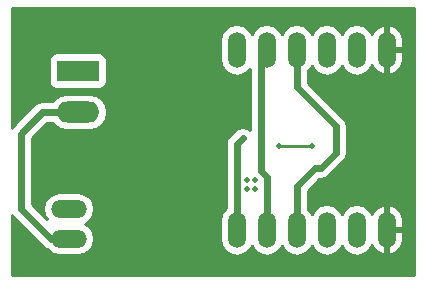
<source format=gbr>
G04 #@! TF.FileFunction,Copper,L2,Bot,Signal*
%FSLAX46Y46*%
G04 Gerber Fmt 4.6, Leading zero omitted, Abs format (unit mm)*
G04 Created by KiCad (PCBNEW 4.0.4-stable) date 11/07/16 13:36:44*
%MOMM*%
%LPD*%
G01*
G04 APERTURE LIST*
%ADD10C,0.100000*%
%ADD11R,3.600000X1.800000*%
%ADD12O,3.600000X1.800000*%
%ADD13O,3.014980X1.506220*%
%ADD14O,1.506220X3.014980*%
%ADD15C,0.508000*%
%ADD16C,0.609600*%
%ADD17C,0.254000*%
G04 APERTURE END LIST*
D10*
D11*
X120142000Y-102870000D03*
D12*
X120142000Y-106370000D03*
D13*
X119380000Y-114554000D03*
X119380000Y-117094000D03*
D14*
X133604000Y-116332000D03*
X136144000Y-116332000D03*
X138684000Y-116332000D03*
X141224000Y-116332000D03*
X143764000Y-116332000D03*
X146304000Y-116332000D03*
X133604000Y-101092000D03*
X136144000Y-101092000D03*
X138684000Y-101092000D03*
X141224000Y-101092000D03*
X143764000Y-101092000D03*
X146304000Y-101092000D03*
D15*
X135128000Y-112903000D03*
X134493000Y-112903000D03*
X135128000Y-112141000D03*
X134493000Y-112141000D03*
X132207000Y-110617000D03*
X132080000Y-114554000D03*
X134112000Y-108585000D03*
X139954000Y-109220000D03*
X137160000Y-109220000D03*
D16*
X119380000Y-117094000D02*
X117856000Y-117094000D01*
X117150000Y-106370000D02*
X120142000Y-106370000D01*
X115316000Y-108204000D02*
X117150000Y-106370000D01*
X115316000Y-114554000D02*
X115316000Y-108204000D01*
X117856000Y-117094000D02*
X115316000Y-114554000D01*
D17*
X132207000Y-114427000D02*
X132207000Y-110617000D01*
X132080000Y-114554000D02*
X132207000Y-114427000D01*
D16*
X133604000Y-109093000D02*
X133604000Y-116332000D01*
X134112000Y-108585000D02*
X133604000Y-109093000D01*
D17*
X137160000Y-109220000D02*
X139954000Y-109220000D01*
D16*
X138684000Y-116332000D02*
X138684000Y-112649000D01*
X138684000Y-104267000D02*
X138684000Y-101092000D01*
X141986000Y-107569000D02*
X138684000Y-104267000D01*
X141986000Y-109855000D02*
X141986000Y-107569000D01*
X140716000Y-111125000D02*
X141986000Y-109855000D01*
X140208000Y-111125000D02*
X140716000Y-111125000D01*
X138684000Y-112649000D02*
X140208000Y-111125000D01*
X136144000Y-116332000D02*
X136144000Y-111887000D01*
X135636000Y-111379000D02*
X135636000Y-101600000D01*
X136144000Y-111887000D02*
X135636000Y-111379000D01*
X135636000Y-101600000D02*
X136144000Y-101092000D01*
D17*
G36*
X148590000Y-120142000D02*
X114554000Y-120142000D01*
X114554000Y-115072678D01*
X114651461Y-115218539D01*
X117191461Y-117758539D01*
X117496354Y-117962262D01*
X117531020Y-117969158D01*
X117602104Y-118075542D01*
X118052439Y-118376446D01*
X118583646Y-118482110D01*
X120176354Y-118482110D01*
X120707561Y-118376446D01*
X121157896Y-118075542D01*
X121458800Y-117625207D01*
X121564464Y-117094000D01*
X121458800Y-116562793D01*
X121157896Y-116112458D01*
X120726188Y-115824000D01*
X121157896Y-115535542D01*
X121458800Y-115085207D01*
X121564464Y-114554000D01*
X121458800Y-114022793D01*
X121157896Y-113572458D01*
X120707561Y-113271554D01*
X120176354Y-113165890D01*
X118583646Y-113165890D01*
X118052439Y-113271554D01*
X117602104Y-113572458D01*
X117301200Y-114022793D01*
X117195536Y-114554000D01*
X117301200Y-115085207D01*
X117552737Y-115461659D01*
X116255800Y-114164722D01*
X116255800Y-108593278D01*
X117539278Y-107309800D01*
X118011594Y-107309800D01*
X118108887Y-107455409D01*
X118606877Y-107788155D01*
X119194296Y-107905000D01*
X121089704Y-107905000D01*
X121677123Y-107788155D01*
X122175113Y-107455409D01*
X122507859Y-106957419D01*
X122624704Y-106370000D01*
X122507859Y-105782581D01*
X122175113Y-105284591D01*
X121677123Y-104951845D01*
X121089704Y-104835000D01*
X119194296Y-104835000D01*
X118606877Y-104951845D01*
X118108887Y-105284591D01*
X118011594Y-105430200D01*
X117150000Y-105430200D01*
X116790354Y-105501738D01*
X116485461Y-105705461D01*
X114651461Y-107539461D01*
X114554000Y-107685322D01*
X114554000Y-101970000D01*
X117694560Y-101970000D01*
X117694560Y-103770000D01*
X117738838Y-104005317D01*
X117877910Y-104221441D01*
X118090110Y-104366431D01*
X118342000Y-104417440D01*
X121942000Y-104417440D01*
X122177317Y-104373162D01*
X122393441Y-104234090D01*
X122538431Y-104021890D01*
X122589440Y-103770000D01*
X122589440Y-101970000D01*
X122545162Y-101734683D01*
X122406090Y-101518559D01*
X122193890Y-101373569D01*
X121942000Y-101322560D01*
X118342000Y-101322560D01*
X118106683Y-101366838D01*
X117890559Y-101505910D01*
X117745569Y-101718110D01*
X117694560Y-101970000D01*
X114554000Y-101970000D01*
X114554000Y-100295646D01*
X132215890Y-100295646D01*
X132215890Y-101888354D01*
X132321554Y-102419561D01*
X132622458Y-102869896D01*
X133072793Y-103170800D01*
X133604000Y-103276464D01*
X134135207Y-103170800D01*
X134585542Y-102869896D01*
X134696200Y-102704284D01*
X134696200Y-107866780D01*
X134471645Y-107716738D01*
X134112000Y-107645200D01*
X133752354Y-107716738D01*
X133447461Y-107920461D01*
X132939461Y-108428461D01*
X132735738Y-108733354D01*
X132664200Y-109093000D01*
X132664200Y-114526213D01*
X132622458Y-114554104D01*
X132321554Y-115004439D01*
X132215890Y-115535646D01*
X132215890Y-117128354D01*
X132321554Y-117659561D01*
X132622458Y-118109896D01*
X133072793Y-118410800D01*
X133604000Y-118516464D01*
X134135207Y-118410800D01*
X134585542Y-118109896D01*
X134874000Y-117678188D01*
X135162458Y-118109896D01*
X135612793Y-118410800D01*
X136144000Y-118516464D01*
X136675207Y-118410800D01*
X137125542Y-118109896D01*
X137414000Y-117678188D01*
X137702458Y-118109896D01*
X138152793Y-118410800D01*
X138684000Y-118516464D01*
X139215207Y-118410800D01*
X139665542Y-118109896D01*
X139954000Y-117678188D01*
X140242458Y-118109896D01*
X140692793Y-118410800D01*
X141224000Y-118516464D01*
X141755207Y-118410800D01*
X142205542Y-118109896D01*
X142494000Y-117678188D01*
X142782458Y-118109896D01*
X143232793Y-118410800D01*
X143764000Y-118516464D01*
X144295207Y-118410800D01*
X144745542Y-118109896D01*
X145046446Y-117659561D01*
X145047016Y-117656694D01*
X145070154Y-117734919D01*
X145412260Y-118157724D01*
X145890125Y-118417427D01*
X145962326Y-118431783D01*
X146177000Y-118309162D01*
X146177000Y-116459000D01*
X146431000Y-116459000D01*
X146431000Y-118309162D01*
X146645674Y-118431783D01*
X146717875Y-118417427D01*
X147195740Y-118157724D01*
X147537846Y-117734919D01*
X147692110Y-117213380D01*
X147692110Y-116459000D01*
X146431000Y-116459000D01*
X146177000Y-116459000D01*
X146157000Y-116459000D01*
X146157000Y-116205000D01*
X146177000Y-116205000D01*
X146177000Y-114354838D01*
X146431000Y-114354838D01*
X146431000Y-116205000D01*
X147692110Y-116205000D01*
X147692110Y-115450620D01*
X147537846Y-114929081D01*
X147195740Y-114506276D01*
X146717875Y-114246573D01*
X146645674Y-114232217D01*
X146431000Y-114354838D01*
X146177000Y-114354838D01*
X145962326Y-114232217D01*
X145890125Y-114246573D01*
X145412260Y-114506276D01*
X145070154Y-114929081D01*
X145047016Y-115007306D01*
X145046446Y-115004439D01*
X144745542Y-114554104D01*
X144295207Y-114253200D01*
X143764000Y-114147536D01*
X143232793Y-114253200D01*
X142782458Y-114554104D01*
X142494000Y-114985812D01*
X142205542Y-114554104D01*
X141755207Y-114253200D01*
X141224000Y-114147536D01*
X140692793Y-114253200D01*
X140242458Y-114554104D01*
X139954000Y-114985812D01*
X139665542Y-114554104D01*
X139623800Y-114526213D01*
X139623800Y-113038278D01*
X140597278Y-112064800D01*
X140716000Y-112064800D01*
X141075646Y-111993262D01*
X141380539Y-111789539D01*
X142650539Y-110519539D01*
X142854262Y-110214646D01*
X142925800Y-109855000D01*
X142925800Y-107569000D01*
X142854262Y-107209354D01*
X142650539Y-106904461D01*
X139623800Y-103877722D01*
X139623800Y-102897787D01*
X139665542Y-102869896D01*
X139954000Y-102438188D01*
X140242458Y-102869896D01*
X140692793Y-103170800D01*
X141224000Y-103276464D01*
X141755207Y-103170800D01*
X142205542Y-102869896D01*
X142494000Y-102438188D01*
X142782458Y-102869896D01*
X143232793Y-103170800D01*
X143764000Y-103276464D01*
X144295207Y-103170800D01*
X144745542Y-102869896D01*
X145046446Y-102419561D01*
X145047016Y-102416694D01*
X145070154Y-102494919D01*
X145412260Y-102917724D01*
X145890125Y-103177427D01*
X145962326Y-103191783D01*
X146177000Y-103069162D01*
X146177000Y-101219000D01*
X146431000Y-101219000D01*
X146431000Y-103069162D01*
X146645674Y-103191783D01*
X146717875Y-103177427D01*
X147195740Y-102917724D01*
X147537846Y-102494919D01*
X147692110Y-101973380D01*
X147692110Y-101219000D01*
X146431000Y-101219000D01*
X146177000Y-101219000D01*
X146157000Y-101219000D01*
X146157000Y-100965000D01*
X146177000Y-100965000D01*
X146177000Y-99114838D01*
X146431000Y-99114838D01*
X146431000Y-100965000D01*
X147692110Y-100965000D01*
X147692110Y-100210620D01*
X147537846Y-99689081D01*
X147195740Y-99266276D01*
X146717875Y-99006573D01*
X146645674Y-98992217D01*
X146431000Y-99114838D01*
X146177000Y-99114838D01*
X145962326Y-98992217D01*
X145890125Y-99006573D01*
X145412260Y-99266276D01*
X145070154Y-99689081D01*
X145047016Y-99767306D01*
X145046446Y-99764439D01*
X144745542Y-99314104D01*
X144295207Y-99013200D01*
X143764000Y-98907536D01*
X143232793Y-99013200D01*
X142782458Y-99314104D01*
X142494000Y-99745812D01*
X142205542Y-99314104D01*
X141755207Y-99013200D01*
X141224000Y-98907536D01*
X140692793Y-99013200D01*
X140242458Y-99314104D01*
X139954000Y-99745812D01*
X139665542Y-99314104D01*
X139215207Y-99013200D01*
X138684000Y-98907536D01*
X138152793Y-99013200D01*
X137702458Y-99314104D01*
X137414000Y-99745812D01*
X137125542Y-99314104D01*
X136675207Y-99013200D01*
X136144000Y-98907536D01*
X135612793Y-99013200D01*
X135162458Y-99314104D01*
X134874000Y-99745812D01*
X134585542Y-99314104D01*
X134135207Y-99013200D01*
X133604000Y-98907536D01*
X133072793Y-99013200D01*
X132622458Y-99314104D01*
X132321554Y-99764439D01*
X132215890Y-100295646D01*
X114554000Y-100295646D01*
X114554000Y-97536000D01*
X148590000Y-97536000D01*
X148590000Y-120142000D01*
X148590000Y-120142000D01*
G37*
X148590000Y-120142000D02*
X114554000Y-120142000D01*
X114554000Y-115072678D01*
X114651461Y-115218539D01*
X117191461Y-117758539D01*
X117496354Y-117962262D01*
X117531020Y-117969158D01*
X117602104Y-118075542D01*
X118052439Y-118376446D01*
X118583646Y-118482110D01*
X120176354Y-118482110D01*
X120707561Y-118376446D01*
X121157896Y-118075542D01*
X121458800Y-117625207D01*
X121564464Y-117094000D01*
X121458800Y-116562793D01*
X121157896Y-116112458D01*
X120726188Y-115824000D01*
X121157896Y-115535542D01*
X121458800Y-115085207D01*
X121564464Y-114554000D01*
X121458800Y-114022793D01*
X121157896Y-113572458D01*
X120707561Y-113271554D01*
X120176354Y-113165890D01*
X118583646Y-113165890D01*
X118052439Y-113271554D01*
X117602104Y-113572458D01*
X117301200Y-114022793D01*
X117195536Y-114554000D01*
X117301200Y-115085207D01*
X117552737Y-115461659D01*
X116255800Y-114164722D01*
X116255800Y-108593278D01*
X117539278Y-107309800D01*
X118011594Y-107309800D01*
X118108887Y-107455409D01*
X118606877Y-107788155D01*
X119194296Y-107905000D01*
X121089704Y-107905000D01*
X121677123Y-107788155D01*
X122175113Y-107455409D01*
X122507859Y-106957419D01*
X122624704Y-106370000D01*
X122507859Y-105782581D01*
X122175113Y-105284591D01*
X121677123Y-104951845D01*
X121089704Y-104835000D01*
X119194296Y-104835000D01*
X118606877Y-104951845D01*
X118108887Y-105284591D01*
X118011594Y-105430200D01*
X117150000Y-105430200D01*
X116790354Y-105501738D01*
X116485461Y-105705461D01*
X114651461Y-107539461D01*
X114554000Y-107685322D01*
X114554000Y-101970000D01*
X117694560Y-101970000D01*
X117694560Y-103770000D01*
X117738838Y-104005317D01*
X117877910Y-104221441D01*
X118090110Y-104366431D01*
X118342000Y-104417440D01*
X121942000Y-104417440D01*
X122177317Y-104373162D01*
X122393441Y-104234090D01*
X122538431Y-104021890D01*
X122589440Y-103770000D01*
X122589440Y-101970000D01*
X122545162Y-101734683D01*
X122406090Y-101518559D01*
X122193890Y-101373569D01*
X121942000Y-101322560D01*
X118342000Y-101322560D01*
X118106683Y-101366838D01*
X117890559Y-101505910D01*
X117745569Y-101718110D01*
X117694560Y-101970000D01*
X114554000Y-101970000D01*
X114554000Y-100295646D01*
X132215890Y-100295646D01*
X132215890Y-101888354D01*
X132321554Y-102419561D01*
X132622458Y-102869896D01*
X133072793Y-103170800D01*
X133604000Y-103276464D01*
X134135207Y-103170800D01*
X134585542Y-102869896D01*
X134696200Y-102704284D01*
X134696200Y-107866780D01*
X134471645Y-107716738D01*
X134112000Y-107645200D01*
X133752354Y-107716738D01*
X133447461Y-107920461D01*
X132939461Y-108428461D01*
X132735738Y-108733354D01*
X132664200Y-109093000D01*
X132664200Y-114526213D01*
X132622458Y-114554104D01*
X132321554Y-115004439D01*
X132215890Y-115535646D01*
X132215890Y-117128354D01*
X132321554Y-117659561D01*
X132622458Y-118109896D01*
X133072793Y-118410800D01*
X133604000Y-118516464D01*
X134135207Y-118410800D01*
X134585542Y-118109896D01*
X134874000Y-117678188D01*
X135162458Y-118109896D01*
X135612793Y-118410800D01*
X136144000Y-118516464D01*
X136675207Y-118410800D01*
X137125542Y-118109896D01*
X137414000Y-117678188D01*
X137702458Y-118109896D01*
X138152793Y-118410800D01*
X138684000Y-118516464D01*
X139215207Y-118410800D01*
X139665542Y-118109896D01*
X139954000Y-117678188D01*
X140242458Y-118109896D01*
X140692793Y-118410800D01*
X141224000Y-118516464D01*
X141755207Y-118410800D01*
X142205542Y-118109896D01*
X142494000Y-117678188D01*
X142782458Y-118109896D01*
X143232793Y-118410800D01*
X143764000Y-118516464D01*
X144295207Y-118410800D01*
X144745542Y-118109896D01*
X145046446Y-117659561D01*
X145047016Y-117656694D01*
X145070154Y-117734919D01*
X145412260Y-118157724D01*
X145890125Y-118417427D01*
X145962326Y-118431783D01*
X146177000Y-118309162D01*
X146177000Y-116459000D01*
X146431000Y-116459000D01*
X146431000Y-118309162D01*
X146645674Y-118431783D01*
X146717875Y-118417427D01*
X147195740Y-118157724D01*
X147537846Y-117734919D01*
X147692110Y-117213380D01*
X147692110Y-116459000D01*
X146431000Y-116459000D01*
X146177000Y-116459000D01*
X146157000Y-116459000D01*
X146157000Y-116205000D01*
X146177000Y-116205000D01*
X146177000Y-114354838D01*
X146431000Y-114354838D01*
X146431000Y-116205000D01*
X147692110Y-116205000D01*
X147692110Y-115450620D01*
X147537846Y-114929081D01*
X147195740Y-114506276D01*
X146717875Y-114246573D01*
X146645674Y-114232217D01*
X146431000Y-114354838D01*
X146177000Y-114354838D01*
X145962326Y-114232217D01*
X145890125Y-114246573D01*
X145412260Y-114506276D01*
X145070154Y-114929081D01*
X145047016Y-115007306D01*
X145046446Y-115004439D01*
X144745542Y-114554104D01*
X144295207Y-114253200D01*
X143764000Y-114147536D01*
X143232793Y-114253200D01*
X142782458Y-114554104D01*
X142494000Y-114985812D01*
X142205542Y-114554104D01*
X141755207Y-114253200D01*
X141224000Y-114147536D01*
X140692793Y-114253200D01*
X140242458Y-114554104D01*
X139954000Y-114985812D01*
X139665542Y-114554104D01*
X139623800Y-114526213D01*
X139623800Y-113038278D01*
X140597278Y-112064800D01*
X140716000Y-112064800D01*
X141075646Y-111993262D01*
X141380539Y-111789539D01*
X142650539Y-110519539D01*
X142854262Y-110214646D01*
X142925800Y-109855000D01*
X142925800Y-107569000D01*
X142854262Y-107209354D01*
X142650539Y-106904461D01*
X139623800Y-103877722D01*
X139623800Y-102897787D01*
X139665542Y-102869896D01*
X139954000Y-102438188D01*
X140242458Y-102869896D01*
X140692793Y-103170800D01*
X141224000Y-103276464D01*
X141755207Y-103170800D01*
X142205542Y-102869896D01*
X142494000Y-102438188D01*
X142782458Y-102869896D01*
X143232793Y-103170800D01*
X143764000Y-103276464D01*
X144295207Y-103170800D01*
X144745542Y-102869896D01*
X145046446Y-102419561D01*
X145047016Y-102416694D01*
X145070154Y-102494919D01*
X145412260Y-102917724D01*
X145890125Y-103177427D01*
X145962326Y-103191783D01*
X146177000Y-103069162D01*
X146177000Y-101219000D01*
X146431000Y-101219000D01*
X146431000Y-103069162D01*
X146645674Y-103191783D01*
X146717875Y-103177427D01*
X147195740Y-102917724D01*
X147537846Y-102494919D01*
X147692110Y-101973380D01*
X147692110Y-101219000D01*
X146431000Y-101219000D01*
X146177000Y-101219000D01*
X146157000Y-101219000D01*
X146157000Y-100965000D01*
X146177000Y-100965000D01*
X146177000Y-99114838D01*
X146431000Y-99114838D01*
X146431000Y-100965000D01*
X147692110Y-100965000D01*
X147692110Y-100210620D01*
X147537846Y-99689081D01*
X147195740Y-99266276D01*
X146717875Y-99006573D01*
X146645674Y-98992217D01*
X146431000Y-99114838D01*
X146177000Y-99114838D01*
X145962326Y-98992217D01*
X145890125Y-99006573D01*
X145412260Y-99266276D01*
X145070154Y-99689081D01*
X145047016Y-99767306D01*
X145046446Y-99764439D01*
X144745542Y-99314104D01*
X144295207Y-99013200D01*
X143764000Y-98907536D01*
X143232793Y-99013200D01*
X142782458Y-99314104D01*
X142494000Y-99745812D01*
X142205542Y-99314104D01*
X141755207Y-99013200D01*
X141224000Y-98907536D01*
X140692793Y-99013200D01*
X140242458Y-99314104D01*
X139954000Y-99745812D01*
X139665542Y-99314104D01*
X139215207Y-99013200D01*
X138684000Y-98907536D01*
X138152793Y-99013200D01*
X137702458Y-99314104D01*
X137414000Y-99745812D01*
X137125542Y-99314104D01*
X136675207Y-99013200D01*
X136144000Y-98907536D01*
X135612793Y-99013200D01*
X135162458Y-99314104D01*
X134874000Y-99745812D01*
X134585542Y-99314104D01*
X134135207Y-99013200D01*
X133604000Y-98907536D01*
X133072793Y-99013200D01*
X132622458Y-99314104D01*
X132321554Y-99764439D01*
X132215890Y-100295646D01*
X114554000Y-100295646D01*
X114554000Y-97536000D01*
X148590000Y-97536000D01*
X148590000Y-120142000D01*
M02*

</source>
